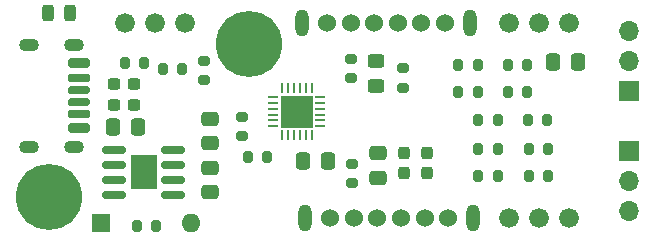
<source format=gbr>
%TF.GenerationSoftware,KiCad,Pcbnew,7.0.8*%
%TF.CreationDate,2024-12-11T22:38:04+01:00*%
%TF.ProjectId,USB-C_PD_Board_V2_CYPD3177,5553422d-435f-4504-945f-426f6172645f,rev?*%
%TF.SameCoordinates,Original*%
%TF.FileFunction,Soldermask,Top*%
%TF.FilePolarity,Negative*%
%FSLAX46Y46*%
G04 Gerber Fmt 4.6, Leading zero omitted, Abs format (unit mm)*
G04 Created by KiCad (PCBNEW 7.0.8) date 2024-12-11 22:38:04*
%MOMM*%
%LPD*%
G01*
G04 APERTURE LIST*
G04 Aperture macros list*
%AMRoundRect*
0 Rectangle with rounded corners*
0 $1 Rounding radius*
0 $2 $3 $4 $5 $6 $7 $8 $9 X,Y pos of 4 corners*
0 Add a 4 corners polygon primitive as box body*
4,1,4,$2,$3,$4,$5,$6,$7,$8,$9,$2,$3,0*
0 Add four circle primitives for the rounded corners*
1,1,$1+$1,$2,$3*
1,1,$1+$1,$4,$5*
1,1,$1+$1,$6,$7*
1,1,$1+$1,$8,$9*
0 Add four rect primitives between the rounded corners*
20,1,$1+$1,$2,$3,$4,$5,0*
20,1,$1+$1,$4,$5,$6,$7,0*
20,1,$1+$1,$6,$7,$8,$9,0*
20,1,$1+$1,$8,$9,$2,$3,0*%
G04 Aperture macros list end*
%ADD10C,5.600000*%
%ADD11RoundRect,0.200000X-0.200000X-0.275000X0.200000X-0.275000X0.200000X0.275000X-0.200000X0.275000X0*%
%ADD12R,1.700000X1.700000*%
%ADD13O,1.700000X1.700000*%
%ADD14C,1.524000*%
%ADD15O,1.143000X2.286000*%
%ADD16C,1.676400*%
%ADD17RoundRect,0.175000X-0.750000X0.175000X-0.750000X-0.175000X0.750000X-0.175000X0.750000X0.175000X0*%
%ADD18RoundRect,0.190000X0.735000X-0.190000X0.735000X0.190000X-0.735000X0.190000X-0.735000X-0.190000X0*%
%ADD19RoundRect,0.200000X0.725000X-0.200000X0.725000X0.200000X-0.725000X0.200000X-0.725000X-0.200000X0*%
%ADD20RoundRect,0.175000X0.750000X-0.175000X0.750000X0.175000X-0.750000X0.175000X-0.750000X-0.175000X0*%
%ADD21RoundRect,0.190000X-0.735000X0.190000X-0.735000X-0.190000X0.735000X-0.190000X0.735000X0.190000X0*%
%ADD22RoundRect,0.200000X-0.725000X0.200000X-0.725000X-0.200000X0.725000X-0.200000X0.725000X0.200000X0*%
%ADD23O,1.700000X1.100000*%
%ADD24RoundRect,0.250000X0.337500X0.475000X-0.337500X0.475000X-0.337500X-0.475000X0.337500X-0.475000X0*%
%ADD25RoundRect,0.200000X-0.275000X0.200000X-0.275000X-0.200000X0.275000X-0.200000X0.275000X0.200000X0*%
%ADD26RoundRect,0.150000X-0.825000X-0.150000X0.825000X-0.150000X0.825000X0.150000X-0.825000X0.150000X0*%
%ADD27R,2.290000X3.000000*%
%ADD28RoundRect,0.237500X0.300000X0.237500X-0.300000X0.237500X-0.300000X-0.237500X0.300000X-0.237500X0*%
%ADD29RoundRect,0.250000X-0.475000X0.337500X-0.475000X-0.337500X0.475000X-0.337500X0.475000X0.337500X0*%
%ADD30RoundRect,0.200000X0.275000X-0.200000X0.275000X0.200000X-0.275000X0.200000X-0.275000X-0.200000X0*%
%ADD31RoundRect,0.250000X0.475000X-0.337500X0.475000X0.337500X-0.475000X0.337500X-0.475000X-0.337500X0*%
%ADD32RoundRect,0.062500X0.337500X0.062500X-0.337500X0.062500X-0.337500X-0.062500X0.337500X-0.062500X0*%
%ADD33RoundRect,0.062500X0.062500X0.337500X-0.062500X0.337500X-0.062500X-0.337500X0.062500X-0.337500X0*%
%ADD34R,2.750000X2.750000*%
%ADD35RoundRect,0.237500X-0.237500X0.300000X-0.237500X-0.300000X0.237500X-0.300000X0.237500X0.300000X0*%
%ADD36RoundRect,0.250000X-0.450000X0.325000X-0.450000X-0.325000X0.450000X-0.325000X0.450000X0.325000X0*%
%ADD37RoundRect,0.200000X0.200000X0.275000X-0.200000X0.275000X-0.200000X-0.275000X0.200000X-0.275000X0*%
%ADD38RoundRect,0.243750X-0.243750X-0.456250X0.243750X-0.456250X0.243750X0.456250X-0.243750X0.456250X0*%
%ADD39R,1.600000X1.600000*%
%ADD40O,1.600000X1.600000*%
G04 APERTURE END LIST*
D10*
%TO.C,H1*%
X138000000Y-85000000D03*
%TD*%
D11*
%TO.C,R12*%
X161646000Y-93893000D03*
X163296000Y-93893000D03*
%TD*%
D12*
%TO.C,J4*%
X170160000Y-94040000D03*
D13*
X170160000Y-96580000D03*
X170160000Y-99120000D03*
%TD*%
D14*
%TO.C,SW4*%
X144565000Y-83225000D03*
X146565000Y-83225000D03*
X148565000Y-83225000D03*
X150565000Y-83225000D03*
X152565000Y-83225000D03*
X154565000Y-83225000D03*
D15*
X142465000Y-83225000D03*
X156665000Y-83225000D03*
%TD*%
D16*
%TO.C,SW1*%
X159995000Y-99735000D03*
X162535000Y-99735000D03*
X165075000Y-99735000D03*
%TD*%
D11*
%TO.C,R18*%
X155677000Y-89067000D03*
X157327000Y-89067000D03*
%TD*%
%TO.C,R3*%
X137875000Y-94577000D03*
X139525000Y-94577000D03*
%TD*%
%TO.C,R17*%
X155677000Y-86781000D03*
X157327000Y-86781000D03*
%TD*%
%TO.C,R7*%
X157392000Y-91480000D03*
X159042000Y-91480000D03*
%TD*%
D12*
%TO.C,J1*%
X170160000Y-88960000D03*
D13*
X170160000Y-86420000D03*
X170160000Y-83880000D03*
%TD*%
D17*
%TO.C,J2*%
X123570000Y-88906000D03*
D18*
X123570000Y-90926000D03*
D19*
X123570000Y-92156000D03*
D20*
X123570000Y-89906000D03*
D21*
X123570000Y-87886000D03*
D22*
X123570000Y-86656000D03*
D23*
X123165000Y-85086000D03*
X119365000Y-85086000D03*
X123165000Y-93726000D03*
X119365000Y-93726000D03*
%TD*%
D24*
%TO.C,C4*%
X128545500Y-92075000D03*
X126470500Y-92075000D03*
%TD*%
D25*
%TO.C,R1*%
X137401000Y-91182000D03*
X137401000Y-92832000D03*
%TD*%
D26*
%TO.C,Q1*%
X126557000Y-93996000D03*
X126557000Y-95266000D03*
X126557000Y-96536000D03*
X126557000Y-97806000D03*
X131507000Y-97806000D03*
X131507000Y-96536000D03*
X131507000Y-95266000D03*
X131507000Y-93996000D03*
D27*
X129032000Y-95901000D03*
%TD*%
D28*
%TO.C,C8*%
X128243500Y-90170000D03*
X126518500Y-90170000D03*
%TD*%
D11*
%TO.C,R8*%
X161583000Y-91480000D03*
X163233000Y-91480000D03*
%TD*%
D29*
%TO.C,C1*%
X134700000Y-91362500D03*
X134700000Y-93437500D03*
%TD*%
D16*
%TO.C,SW2*%
X165075000Y-83225000D03*
X162535000Y-83225000D03*
X159995000Y-83225000D03*
%TD*%
D28*
%TO.C,C9*%
X128243500Y-88392000D03*
X126518500Y-88392000D03*
%TD*%
D30*
%TO.C,R19*%
X134112000Y-88074000D03*
X134112000Y-86424000D03*
%TD*%
D31*
%TO.C,C2*%
X134685000Y-97585500D03*
X134685000Y-95510500D03*
%TD*%
D11*
%TO.C,R4*%
X130645000Y-87122000D03*
X132295000Y-87122000D03*
%TD*%
D10*
%TO.C,H2*%
X121000000Y-98000000D03*
%TD*%
D32*
%TO.C,U1*%
X143981000Y-91998000D03*
X143981000Y-91498000D03*
X143981000Y-90998000D03*
X143981000Y-90498000D03*
X143981000Y-89998000D03*
X143981000Y-89498000D03*
D33*
X143256000Y-88773000D03*
X142756000Y-88773000D03*
X142256000Y-88773000D03*
X141756000Y-88773000D03*
X141256000Y-88773000D03*
X140756000Y-88773000D03*
D32*
X140031000Y-89498000D03*
X140031000Y-89998000D03*
X140031000Y-90498000D03*
X140031000Y-90998000D03*
X140031000Y-91498000D03*
X140031000Y-91998000D03*
D33*
X140756000Y-92723000D03*
X141256000Y-92723000D03*
X141756000Y-92723000D03*
X142256000Y-92723000D03*
X142756000Y-92723000D03*
X143256000Y-92723000D03*
D34*
X142006000Y-90748000D03*
%TD*%
D11*
%TO.C,R14*%
X157392000Y-93893000D03*
X159042000Y-93893000D03*
%TD*%
D35*
%TO.C,C6*%
X151100000Y-94237500D03*
X151100000Y-95962500D03*
%TD*%
D36*
%TO.C,D2*%
X148717000Y-86494000D03*
X148717000Y-88544000D03*
%TD*%
D11*
%TO.C,R15*%
X159868000Y-86781000D03*
X161518000Y-86781000D03*
%TD*%
D29*
%TO.C,C5*%
X148900000Y-94262500D03*
X148900000Y-96337500D03*
%TD*%
D24*
%TO.C,C3*%
X165794500Y-86527000D03*
X163719500Y-86527000D03*
%TD*%
D14*
%TO.C,SW3*%
X144835000Y-99735000D03*
X146835000Y-99735000D03*
X148835000Y-99735000D03*
X150835000Y-99735000D03*
X152835000Y-99735000D03*
X154835000Y-99735000D03*
D15*
X142735000Y-99735000D03*
X156935000Y-99735000D03*
%TD*%
D37*
%TO.C,R5*%
X129095000Y-86614000D03*
X127445000Y-86614000D03*
%TD*%
D11*
%TO.C,R16*%
X159868000Y-89067000D03*
X161518000Y-89067000D03*
%TD*%
D30*
%TO.C,R6*%
X146600000Y-87925000D03*
X146600000Y-86275000D03*
%TD*%
D24*
%TO.C,C10*%
X144637500Y-94900000D03*
X142562500Y-94900000D03*
%TD*%
D25*
%TO.C,R10*%
X146700000Y-95175000D03*
X146700000Y-96825000D03*
%TD*%
D11*
%TO.C,R11*%
X161646000Y-96179000D03*
X163296000Y-96179000D03*
%TD*%
%TO.C,R2*%
X128461000Y-100457000D03*
X130111000Y-100457000D03*
%TD*%
D38*
%TO.C,D3*%
X120904000Y-82423000D03*
X122779000Y-82423000D03*
%TD*%
D35*
%TO.C,C7*%
X153000000Y-94237500D03*
X153000000Y-95962500D03*
%TD*%
D11*
%TO.C,R13*%
X157392000Y-96179000D03*
X159042000Y-96179000D03*
%TD*%
D16*
%TO.C,SW5*%
X127500000Y-83230000D03*
X130040000Y-83230000D03*
X132580000Y-83230000D03*
%TD*%
D30*
%TO.C,R9*%
X151003000Y-88725000D03*
X151003000Y-87075000D03*
%TD*%
D39*
%TO.C,D1*%
X125439000Y-100165000D03*
D40*
X133059000Y-100165000D03*
%TD*%
M02*

</source>
